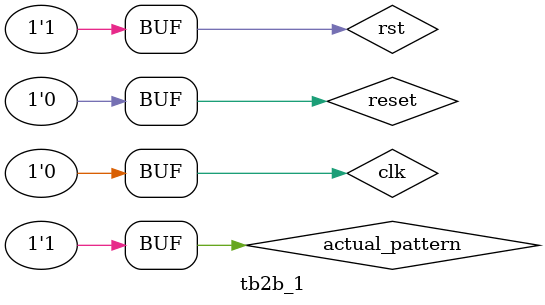
<source format=sv>
module tb2b_1();logic clk, reset, actual_pattern, predicted_patter, z_match, rst;
	logic [7:0] x_cnt, z_cnt;
	
	pattern_predictor_2bit a (clk, reset, rst, actual_pattern, x_cnt, predicted_patter, z_match, z_cnt);
	
	always
		begin
			clk = 1; #5; clk = 0; #5;
		end

	initial begin
		
		
		rst = 0; reset = 0; actual_pattern = 0; #10; 
	
		rst = 1; 
		actual_pattern = 0; #35;
		actual_pattern = 1; #40;
		actual_pattern = 0; #40;
		actual_pattern = 1; #40;
		actual_pattern = 0; #40;
		actual_pattern = 1; #40;
		actual_pattern = 0; #40;
		actual_pattern = 1; #40;
		actual_pattern = 0; #40;
		actual_pattern = 1; #40;
		actual_pattern = 0; #200;
		actual_pattern = 1; #200;
		actual_pattern = 0; #40;
		actual_pattern = 1; #160;
		actual_pattern = 0; #80;
		actual_pattern = 1; #120;
		actual_pattern = 0; #120;
		actual_pattern = 1; #80;
		actual_pattern = 0; #160;
		actual_pattern = 1; #40;
		actual_pattern = 0; #40;
		actual_pattern = 1; #120;
		actual_pattern = 0; #40;
		actual_pattern = 1; #40;
		actual_pattern = 0; #120;
		actual_pattern = 1; #40;
		actual_pattern = 0; #80;
		actual_pattern = 1; #40;
		actual_pattern = 0; #80;
		actual_pattern = 1; #80;
		actual_pattern = 0; #40;
		actual_pattern = 1; #80;
		end
endmodule
		


</source>
